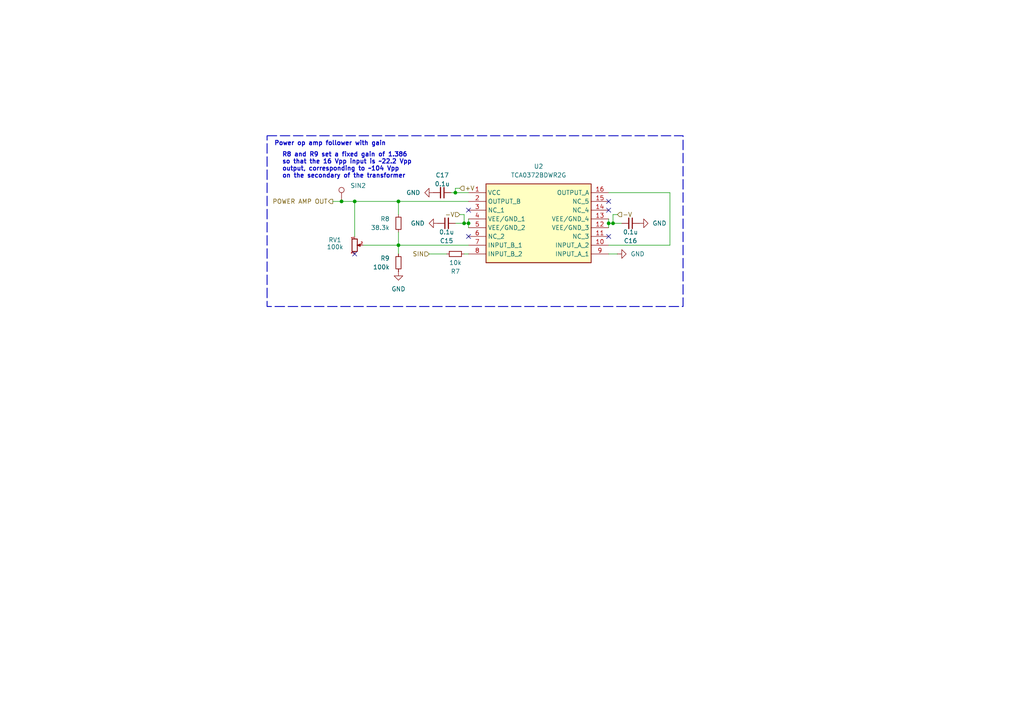
<source format=kicad_sch>
(kicad_sch (version 20250114) (generator "eeschema") (generator_version "9.0")
  (paper "A4")
  (title_block (title "Power amp with controllable gain") (date "2025-03-28") (rev "1.0"))
  (lib_symbols
    (symbol "Connector:TestPoint" (pin_numbers (hide yes)) (pin_names (offset 0.762) (hide yes))
      (property "Reference" "TP" (at 0 6.858 0))
      (property "Value" "TestPoint" (at 0 5.08 0))
      (symbol "TestPoint_0_1"
        (circle (center 0 3.302) (radius 0.762))
      )
      (symbol "TestPoint_1_1"
        (pin passive line (at 0 0 90) (length 2.54) (name "1") (number "1"))
      )
    )
    (symbol "Device:C_Small" (pin_numbers (hide yes)) (pin_names (offset 0.254) (hide yes))
      (property "Reference" "C" (at 0.254 1.778 0))
      (property "Value" "C_Small" (at 0.254 -2.032 0))
      (symbol "C_Small_0_1"
        (polyline (pts (xy -1.524 0.508) (xy 1.524 0.508)) (stroke (width 0.3048)))
        (polyline (pts (xy -1.524 -0.508) (xy 1.524 -0.508)) (stroke (width 0.3302)))
      )
      (symbol "C_Small_1_1"
        (pin passive line (at 0 2.54 270) (length 2.032) (name "~") (number "1"))
        (pin passive line (at 0 -2.54 90) (length 2.032) (name "~") (number "2"))
      )
    )
    (symbol "Device:R_Potentiometer_Small" (pin_names (offset 1.016) (hide yes))
      (property "Reference" "RV" (at -4.445 0 90))
      (property "Value" "R_Potentiometer_Small" (at -2.54 0 90))
      (symbol "R_Potentiometer_Small_0_1"
        (rectangle (start 0.762 1.8034) (end -0.762 -1.8034) (stroke (width 0.254)))
        (polyline (pts (xy 0.889 0) (xy 0.635 0) (xy 1.651 0.381) (xy 1.651 -0.381) (xy 0.635 0) (xy 0.889 0)) (fill (type outline)))
      )
      (symbol "R_Potentiometer_Small_1_1"
        (pin passive line (at 0 2.54 270) (length 0.635) (name "1") (number "1"))
        (pin passive line (at 0 -2.54 90) (length 0.635) (name "3") (number "3"))
        (pin passive line (at 2.54 0 180) (length 0.9906) (name "2") (number "2"))
      )
    )
    (symbol "Device:R_Small" (pin_numbers (hide yes)) (pin_names (offset 0.254) (hide yes))
      (property "Reference" "R" (at 0 0 90))
      (property "Value" "R_Small" (at 1.778 0 90))
      (symbol "R_Small_0_1"
        (rectangle (start -0.762 1.778) (end 0.762 -1.778) (stroke (width 0.2032)))
      )
      (symbol "R_Small_1_1"
        (pin passive line (at 0 2.54 270) (length 0.762) (name "~") (number "1"))
        (pin passive line (at 0 -2.54 90) (length 0.762) (name "~") (number "2"))
      )
    )
    (symbol "R_Small_2" (pin_numbers (hide yes)) (pin_names (offset 0.254) (hide yes))
      (property "Reference" "R" (at 0 0 90))
      (property "Value" "R_Small" (at 1.778 0 90))
      (symbol "R_Small_2_0_1"
        (rectangle (start -0.762 1.778) (end 0.762 -1.778) (stroke (width 0.2032)))
      )
      (symbol "R_Small_2_1_1"
        (pin passive line (at 0 2.54 270) (length 0.762) (name "~") (number "1"))
        (pin passive line (at 0 -2.54 90) (length 0.762) (name "~") (number "2"))
      )
    )
    (symbol "bias-supply:TCA0372BDWR2G"
      (property "Reference" "U" (at 36.83 7.62 0))
      (property "Value" "TCA0372BDWR2G" (at 36.83 5.08 0))
      (symbol "TCA0372BDWR2G_1_1"
        (rectangle (start 5.08 2.54) (end 35.56 -20.32) (stroke (width 0.254)) (fill (type background)))
        (pin passive line (at 0 0 0) (length 5.08) (name "VCC") (number "1"))
        (pin passive line (at 0 -2.54 0) (length 5.08) (name "OUTPUT_B") (number "2"))
        (pin passive line (at 0 -5.08 0) (length 5.08) (name "NC_1") (number "3"))
        (pin passive line (at 0 -7.62 0) (length 5.08) (name "VEE/GND_1") (number "4"))
        (pin passive line (at 0 -10.16 0) (length 5.08) (name "VEE/GND_2") (number "5"))
        (pin passive line (at 0 -12.7 0) (length 5.08) (name "NC_2") (number "6"))
        (pin passive line (at 0 -15.24 0) (length 5.08) (name "INPUT_B_1") (number "7"))
        (pin passive line (at 0 -17.78 0) (length 5.08) (name "INPUT_B_2") (number "8"))
        (pin passive line (at 40.64 0 180) (length 5.08) (name "OUTPUT_A") (number "16"))
        (pin passive line (at 40.64 -2.54 180) (length 5.08) (name "NC_5") (number "15"))
        (pin passive line (at 40.64 -5.08 180) (length 5.08) (name "NC_4") (number "14"))
        (pin passive line (at 40.64 -7.62 180) (length 5.08) (name "VEE/GND_4") (number "13"))
        (pin passive line (at 40.64 -10.16 180) (length 5.08) (name "VEE/GND_3") (number "12"))
        (pin passive line (at 40.64 -12.7 180) (length 5.08) (name "NC_3") (number "11"))
        (pin passive line (at 40.64 -15.24 180) (length 5.08) (name "INPUT_A_2") (number "10"))
        (pin passive line (at 40.64 -17.78 180) (length 5.08) (name "INPUT_A_1") (number "9"))
      )
    )
    (symbol "power:GND" (power) (pin_numbers (hide yes)) (pin_names (offset 0) (hide yes))
      (property "Value" "GND" (at 0 -3.81 0))
      (symbol "GND_0_1"
        (polyline (pts (xy 0 0) (xy 0 -1.27) (xy 1.27 -1.27) (xy 0 -2.54) (xy -1.27 -1.27) (xy 0 -1.27)))
      )
      (symbol "GND_1_1"
        (pin power_in line (at 0 0 270) (length 0) (name "~") (number "1"))
      )
    )
  )
  (rectangle (start 77.47 39.37) (end 198.12 88.9) (stroke (width 0.254) (type dash)))
  (text "R8 and R9 set a fixed gain of 1.386\nso that the 16 Vpp input is ~22.2 Vpp\noutput, corresponding to ~104 Vpp\non the secondary of the transformer" (at 81.788 48.006 0) (effects (font (size 1.27 1.27) (thickness 0.254) (bold yes)) (justify left)))
  (text "Power op amp follower with gain" (at 79.502 41.656 0) (effects (font (size 1.27 1.27) (thickness 0.254) (bold yes)) (justify left)))
  (junction (at 135.89 64.77))
  (junction (at 115.57 58.42))
  (junction (at 115.57 71.12))
  (junction (at 176.53 64.77))
  (junction (at 177.8 64.77))
  (junction (at 99.06 58.42))
  (junction (at 102.87 58.42))
  (junction (at 134.62 64.77))
  (junction (at 132.08 55.88))
  (no_connect (at 176.53 60.96))
  (no_connect (at 176.53 68.58))
  (no_connect (at 135.89 68.58))
  (no_connect (at 176.53 58.42))
  (no_connect (at 135.89 60.96))
  (no_connect (at 102.87 73.66))
  (wire (pts (xy 102.87 58.42) (xy 115.57 58.42)))
  (wire (pts (xy 130.81 55.88) (xy 132.08 55.88)))
  (wire (pts (xy 124.46 73.66) (xy 129.54 73.66)))
  (wire (pts (xy 135.89 64.77) (xy 135.89 66.04)))
  (wire (pts (xy 133.35 54.61) (xy 132.08 54.61)))
  (wire (pts (xy 194.31 71.12) (xy 194.31 55.88)))
  (wire (pts (xy 133.35 62.23) (xy 134.62 62.23)))
  (wire (pts (xy 176.53 63.5) (xy 176.53 64.77)))
  (wire (pts (xy 177.8 62.23) (xy 179.07 62.23)))
  (wire (pts (xy 176.53 55.88) (xy 194.31 55.88)))
  (wire (pts (xy 176.53 64.77) (xy 176.53 66.04)))
  (wire (pts (xy 134.62 64.77) (xy 135.89 64.77)))
  (wire (pts (xy 99.06 58.42) (xy 102.87 58.42)))
  (wire (pts (xy 134.62 62.23) (xy 134.62 64.77)))
  (wire (pts (xy 132.08 55.88) (xy 135.89 55.88)))
  (wire (pts (xy 132.08 64.77) (xy 134.62 64.77)))
  (wire (pts (xy 115.57 71.12) (xy 135.89 71.12)))
  (wire (pts (xy 115.57 67.31) (xy 115.57 71.12)))
  (wire (pts (xy 105.41 71.12) (xy 115.57 71.12)))
  (wire (pts (xy 135.89 63.5) (xy 135.89 64.77)))
  (wire (pts (xy 115.57 58.42) (xy 135.89 58.42)))
  (wire (pts (xy 176.53 64.77) (xy 177.8 64.77)))
  (wire (pts (xy 177.8 62.23) (xy 177.8 64.77)))
  (wire (pts (xy 132.08 54.61) (xy 132.08 55.88)))
  (wire (pts (xy 176.53 73.66) (xy 179.07 73.66)))
  (wire (pts (xy 134.62 73.66) (xy 135.89 73.66)))
  (wire (pts (xy 176.53 71.12) (xy 194.31 71.12)))
  (wire (pts (xy 115.57 71.12) (xy 115.57 73.66)))
  (wire (pts (xy 102.87 58.42) (xy 102.87 68.58)))
  (wire (pts (xy 96.52 58.42) (xy 99.06 58.42)))
  (wire (pts (xy 115.57 58.42) (xy 115.57 62.23)))
  (wire (pts (xy 177.8 64.77) (xy 180.34 64.77)))
  (hierarchical_label "-V" (shape input) (at 179.07 62.23 0))
  (hierarchical_label "POWER AMP OUT" (shape output) (at 96.52 58.42 180))
  (hierarchical_label "+V" (shape input) (at 133.35 54.61 0))
  (hierarchical_label "-V" (shape input) (at 133.35 62.23 180))
  (hierarchical_label "SIN" (shape input) (at 124.46 73.66 180))
  (symbol (lib_name "R_Small_2") (lib_id "Device:R_Small") (at 115.57 76.2 0) (unit 1)
    (property "Reference" "R9" (at 113.03 74.9299 0) (effects (justify right)))
    (property "Value" "100k" (at 113.03 77.4699 0) (effects (justify right)))
    (property "Footprint" "Resistor_SMD:R_1206_3216Metric" (effects (hide yes)))
    (property "Description" "Resistor, small symbol" (effects (hide yes)))
  )
  (symbol (lib_id "power:GND") (at 179.07 73.66 90) (unit 1)
    (property "Reference" "#PWR015" (effects (hide yes)))
    (property "Value" "GND" (at 182.88 73.66 90) (effects (justify right)))
    (property "Description" "Power symbol creates a global label with name \"GND\" , ground" (effects (hide yes)))
  )
  (symbol (lib_id "bias-supply:TCA0372BDWR2G") (at 135.89 55.88 0) (unit 1)
    (property "Reference" "U2" (at 156.21 48.26 0))
    (property "Value" "TCA0372BDWR2G" (at 156.21 50.8 0))
    (property "Footprint" "bias-supply:TCA0372BDWR2G" (effects (hide yes)))
    (property "Datasheet" "http://www.onsemi.com/pub_link/Collateral/TCA0372-D.PDF" (effects (hide yes)))
    (property "Description" "ON SEMICONDUCTOR - TCA0372BDWR2G - OP-AMP, DUAL, 1.4MHZ, 1.4V/US, WSOIC-16" (effects (hide yes)))
    (property "Height" "2.65" (effects (hide yes)))
    (property "Mouser Part Number" "863-TCA0372BDWR2G" (effects (hide yes)))
    (property "Mouser Price/Stock" "https://www.mouser.co.uk/ProductDetail/onsemi/TCA0372BDWR2G?qs=xZq1yRCsb1cabHbnO0INRw%3D%3D" (effects (hide yes)))
    (property "Manufacturer_Name" "onsemi" (effects (hide yes)))
    (property "Manufacturer_Part_Number" "TCA0372BDWR2G" (effects (hide yes)))
  )
  (symbol (lib_id "Device:R_Potentiometer_Small") (at 102.87 71.12 0) (unit 1)
    (property "Reference" "RV1" (at 95.25 69.596 0) (effects (justify left)))
    (property "Value" "100k" (at 94.742 71.628 0) (effects (justify left)))
    (property "Footprint" "Potentiometer_SMD:Potentiometer_Bourns_3214W_Vertical" (effects (hide yes)))
    (property "Datasheet" "https://www.bourns.com/docs/Product-Datasheets/3214.pdf" (effects (hide yes)))
    (property "Description" "Potentiometer" (effects (hide yes)))
  )
  (symbol (lib_id "power:GND") (at 127 64.77 270) (unit 1)
    (property "Reference" "#PWR018" (effects (hide yes)))
    (property "Value" "GND" (at 123.19 64.77 90) (effects (justify right)))
    (property "Description" "Power symbol creates a global label with name \"GND\" , ground" (effects (hide yes)))
  )
  (symbol (lib_id "power:GND") (at 185.42 64.77 90) (mirror x) (unit 1)
    (property "Reference" "#PWR019" (effects (hide yes)))
    (property "Value" "GND" (at 189.23 64.77 90) (effects (justify right)))
    (property "Description" "Power symbol creates a global label with name \"GND\" , ground" (effects (hide yes)))
  )
  (symbol (lib_id "Device:C_Small") (at 128.27 55.88 270) (unit 1)
    (property "Reference" "C17" (at 128.27 50.8 90))
    (property "Value" "0.1u" (at 128.27 53.34 90))
    (property "Footprint" "Capacitor_SMD:C_1206_3216Metric" (effects (hide yes)))
    (property "Description" "Unpolarized capacitor, small symbol" (effects (hide yes)))
  )
  (symbol (lib_id "Device:C_Small") (at 182.88 64.77 270) (mirror x) (unit 1)
    (property "Reference" "C16" (at 182.88 69.85 90))
    (property "Value" "0.1u" (at 182.88 67.31 90))
    (property "Footprint" "Capacitor_SMD:C_1206_3216Metric" (effects (hide yes)))
    (property "Description" "Unpolarized capacitor, small symbol" (effects (hide yes)))
  )
  (symbol (lib_id "power:GND") (at 125.73 55.88 270) (unit 1)
    (property "Reference" "#PWR028" (effects (hide yes)))
    (property "Value" "GND" (at 121.92 55.88 90) (effects (justify right)))
    (property "Description" "Power symbol creates a global label with name \"GND\" , ground" (effects (hide yes)))
  )
  (symbol (lib_id "power:GND") (at 115.57 78.74 0) (unit 1)
    (property "Reference" "#PWR016" (effects (hide yes)))
    (property "Value" "GND" (at 115.57 83.82 0))
    (property "Description" "Power symbol creates a global label with name \"GND\" , ground" (effects (hide yes)))
  )
  (symbol (lib_id "Device:R_Small") (at 132.08 73.66 270) (unit 1)
    (property "Reference" "R7" (at 132.08 78.74 90))
    (property "Value" "10k" (at 132.08 76.2 90))
    (property "Footprint" "Resistor_SMD:R_1206_3216Metric" (effects (hide yes)))
    (property "Description" "Resistor, small symbol" (effects (hide yes)))
  )
  (symbol (lib_id "Connector:TestPoint") (at 99.06 58.42 0) (unit 1)
    (property "Reference" "SIN2" (at 101.6 53.8479 0) (effects (justify left)))
    (property "Value" "SIN2" (effects (hide yes)))
    (property "Footprint" "bias-supply:TestPoint_THTPad_D2.0mm_Drill1.0mm_JLCrules" (effects (hide yes)))
    (property "Description" "test point" (effects (hide yes)))
  )
  (symbol (lib_name "R_Small_2") (lib_id "Device:R_Small") (at 115.57 64.77 0) (unit 1)
    (property "Reference" "R8" (at 113.03 63.4999 0) (effects (justify right)))
    (property "Value" "38.3k" (at 113.03 66.0399 0) (effects (justify right)))
    (property "Footprint" "Resistor_SMD:R_1206_3216Metric" (effects (hide yes)))
    (property "Description" "Resistor, small symbol" (effects (hide yes)))
  )
  (symbol (lib_id "Device:C_Small") (at 129.54 64.77 90) (unit 1)
    (property "Reference" "C15" (at 129.54 69.85 90))
    (property "Value" "0.1u" (at 129.54 67.31 90))
    (property "Footprint" "Capacitor_SMD:C_1206_3216Metric" (effects (hide yes)))
    (property "Description" "Unpolarized capacitor, small symbol" (effects (hide yes)))
  )
)
</source>
